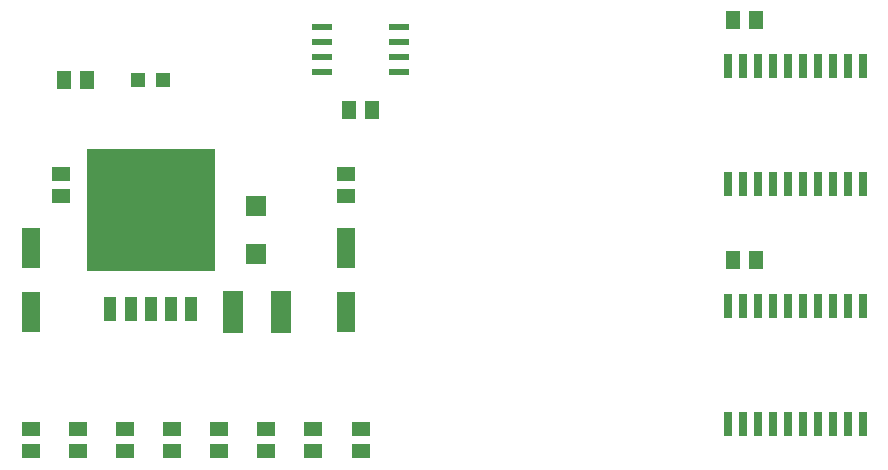
<source format=gbr>
G04 EAGLE Gerber RS-274X export*
G75*
%MOMM*%
%FSLAX34Y34*%
%LPD*%
%INSolderpaste Top*%
%IPPOS*%
%AMOC8*
5,1,8,0,0,1.08239X$1,22.5*%
G01*
%ADD10R,10.800000X10.410000*%
%ADD11R,1.066800X2.159000*%
%ADD12R,1.600000X3.500000*%
%ADD13R,1.700000X1.800000*%
%ADD14R,1.500000X1.300000*%
%ADD15R,1.200000X1.200000*%
%ADD16R,1.300000X1.500000*%
%ADD17R,1.701800X0.609600*%
%ADD18R,0.660400X2.032000*%
%ADD19R,1.800000X3.600000*%


D10*
X254000Y537210D03*
D11*
X219964Y453898D03*
X236982Y453898D03*
X254000Y453898D03*
X271018Y453898D03*
X288036Y453898D03*
D12*
X152400Y505028D03*
X152400Y451028D03*
D13*
X342900Y500200D03*
X342900Y541200D03*
D14*
X177800Y549300D03*
X177800Y568300D03*
D15*
X243500Y647700D03*
X264500Y647700D03*
D16*
X181000Y647700D03*
X200000Y647700D03*
D17*
X399288Y692150D03*
X399288Y679450D03*
X399288Y666750D03*
X399288Y654050D03*
X464312Y654050D03*
X464312Y666750D03*
X464312Y679450D03*
X464312Y692150D03*
D18*
X742950Y559308D03*
X755650Y559308D03*
X768350Y559308D03*
X781050Y559308D03*
X793750Y559308D03*
X806450Y559308D03*
X819150Y559308D03*
X831850Y559308D03*
X831850Y659892D03*
X819150Y659892D03*
X806450Y659892D03*
X793750Y659892D03*
X781050Y659892D03*
X768350Y659892D03*
X755650Y659892D03*
X742950Y659892D03*
X844550Y559308D03*
X857250Y559308D03*
X844550Y659892D03*
X857250Y659892D03*
D12*
X419100Y505028D03*
X419100Y451028D03*
D14*
X419100Y549300D03*
X419100Y568300D03*
D18*
X742950Y356108D03*
X755650Y356108D03*
X768350Y356108D03*
X781050Y356108D03*
X793750Y356108D03*
X806450Y356108D03*
X819150Y356108D03*
X831850Y356108D03*
X831850Y456692D03*
X819150Y456692D03*
X806450Y456692D03*
X793750Y456692D03*
X781050Y456692D03*
X768350Y456692D03*
X755650Y456692D03*
X742950Y456692D03*
X844550Y356108D03*
X857250Y356108D03*
X844550Y456692D03*
X857250Y456692D03*
D16*
X441300Y622300D03*
X422300Y622300D03*
D14*
X192314Y352400D03*
X192314Y333400D03*
X152400Y352400D03*
X152400Y333400D03*
X272143Y352400D03*
X272143Y333400D03*
X232229Y352400D03*
X232229Y333400D03*
X351971Y352400D03*
X351971Y333400D03*
X312057Y352400D03*
X312057Y333400D03*
X431800Y352400D03*
X431800Y333400D03*
X391886Y352400D03*
X391886Y333400D03*
D16*
X747420Y698500D03*
X766420Y698500D03*
X747420Y495300D03*
X766420Y495300D03*
D19*
X324170Y450850D03*
X364170Y450850D03*
M02*

</source>
